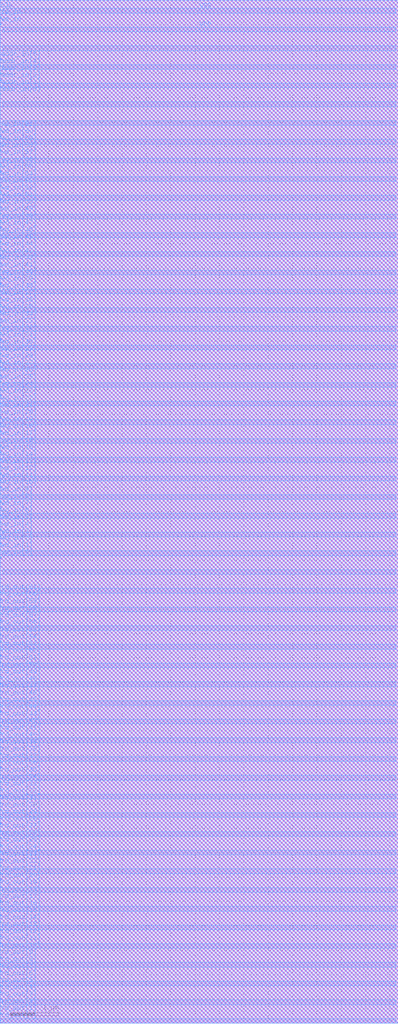
<source format=lef>
# Generated by FakeRAM 2.0
VERSION 5.7 ;
BUSBITCHARS "[]" ;
PROPERTYDEFINITIONS
  MACRO width INTEGER ;
  MACRO depth INTEGER ;
  MACRO banks INTEGER ;
END PROPERTYDEFINITIONS
MACRO sram_asap7_62x64_1rw_upper
  PROPERTY width 62 ;
  PROPERTY depth 64 ;
  PROPERTY banks 1 ;
  FOREIGN sram_asap7_62x64_1rw_upper 0 0 ;
  SYMMETRY X Y R90 ;
  SIZE 8.170 BY 21.000 ;
  CLASS BLOCK ;
  PIN rd_out[0]
    DIRECTION OUTPUT ;
    USE SIGNAL ;
    SHAPE ABUTMENT ;
    PORT
      LAYER M4_m ;
      RECT 0.000 0.048 0.024 0.072 ;
    END
  END rd_out[0]
  PIN rd_out[1]
    DIRECTION OUTPUT ;
    USE SIGNAL ;
    SHAPE ABUTMENT ;
    PORT
      LAYER M4_m ;
      RECT 0.000 0.192 0.024 0.216 ;
    END
  END rd_out[1]
  PIN rd_out[2]
    DIRECTION OUTPUT ;
    USE SIGNAL ;
    SHAPE ABUTMENT ;
    PORT
      LAYER M4_m ;
      RECT 0.000 0.336 0.024 0.360 ;
    END
  END rd_out[2]
  PIN rd_out[3]
    DIRECTION OUTPUT ;
    USE SIGNAL ;
    SHAPE ABUTMENT ;
    PORT
      LAYER M4_m ;
      RECT 0.000 0.480 0.024 0.504 ;
    END
  END rd_out[3]
  PIN rd_out[4]
    DIRECTION OUTPUT ;
    USE SIGNAL ;
    SHAPE ABUTMENT ;
    PORT
      LAYER M4_m ;
      RECT 0.000 0.624 0.024 0.648 ;
    END
  END rd_out[4]
  PIN rd_out[5]
    DIRECTION OUTPUT ;
    USE SIGNAL ;
    SHAPE ABUTMENT ;
    PORT
      LAYER M4_m ;
      RECT 0.000 0.768 0.024 0.792 ;
    END
  END rd_out[5]
  PIN rd_out[6]
    DIRECTION OUTPUT ;
    USE SIGNAL ;
    SHAPE ABUTMENT ;
    PORT
      LAYER M4_m ;
      RECT 0.000 0.912 0.024 0.936 ;
    END
  END rd_out[6]
  PIN rd_out[7]
    DIRECTION OUTPUT ;
    USE SIGNAL ;
    SHAPE ABUTMENT ;
    PORT
      LAYER M4_m ;
      RECT 0.000 1.056 0.024 1.080 ;
    END
  END rd_out[7]
  PIN rd_out[8]
    DIRECTION OUTPUT ;
    USE SIGNAL ;
    SHAPE ABUTMENT ;
    PORT
      LAYER M4_m ;
      RECT 0.000 1.200 0.024 1.224 ;
    END
  END rd_out[8]
  PIN rd_out[9]
    DIRECTION OUTPUT ;
    USE SIGNAL ;
    SHAPE ABUTMENT ;
    PORT
      LAYER M4_m ;
      RECT 0.000 1.344 0.024 1.368 ;
    END
  END rd_out[9]
  PIN rd_out[10]
    DIRECTION OUTPUT ;
    USE SIGNAL ;
    SHAPE ABUTMENT ;
    PORT
      LAYER M4_m ;
      RECT 0.000 1.488 0.024 1.512 ;
    END
  END rd_out[10]
  PIN rd_out[11]
    DIRECTION OUTPUT ;
    USE SIGNAL ;
    SHAPE ABUTMENT ;
    PORT
      LAYER M4_m ;
      RECT 0.000 1.632 0.024 1.656 ;
    END
  END rd_out[11]
  PIN rd_out[12]
    DIRECTION OUTPUT ;
    USE SIGNAL ;
    SHAPE ABUTMENT ;
    PORT
      LAYER M4_m ;
      RECT 0.000 1.776 0.024 1.800 ;
    END
  END rd_out[12]
  PIN rd_out[13]
    DIRECTION OUTPUT ;
    USE SIGNAL ;
    SHAPE ABUTMENT ;
    PORT
      LAYER M4_m ;
      RECT 0.000 1.920 0.024 1.944 ;
    END
  END rd_out[13]
  PIN rd_out[14]
    DIRECTION OUTPUT ;
    USE SIGNAL ;
    SHAPE ABUTMENT ;
    PORT
      LAYER M4_m ;
      RECT 0.000 2.064 0.024 2.088 ;
    END
  END rd_out[14]
  PIN rd_out[15]
    DIRECTION OUTPUT ;
    USE SIGNAL ;
    SHAPE ABUTMENT ;
    PORT
      LAYER M4_m ;
      RECT 0.000 2.208 0.024 2.232 ;
    END
  END rd_out[15]
  PIN rd_out[16]
    DIRECTION OUTPUT ;
    USE SIGNAL ;
    SHAPE ABUTMENT ;
    PORT
      LAYER M4_m ;
      RECT 0.000 2.352 0.024 2.376 ;
    END
  END rd_out[16]
  PIN rd_out[17]
    DIRECTION OUTPUT ;
    USE SIGNAL ;
    SHAPE ABUTMENT ;
    PORT
      LAYER M4_m ;
      RECT 0.000 2.496 0.024 2.520 ;
    END
  END rd_out[17]
  PIN rd_out[18]
    DIRECTION OUTPUT ;
    USE SIGNAL ;
    SHAPE ABUTMENT ;
    PORT
      LAYER M4_m ;
      RECT 0.000 2.640 0.024 2.664 ;
    END
  END rd_out[18]
  PIN rd_out[19]
    DIRECTION OUTPUT ;
    USE SIGNAL ;
    SHAPE ABUTMENT ;
    PORT
      LAYER M4_m ;
      RECT 0.000 2.784 0.024 2.808 ;
    END
  END rd_out[19]
  PIN rd_out[20]
    DIRECTION OUTPUT ;
    USE SIGNAL ;
    SHAPE ABUTMENT ;
    PORT
      LAYER M4_m ;
      RECT 0.000 2.928 0.024 2.952 ;
    END
  END rd_out[20]
  PIN rd_out[21]
    DIRECTION OUTPUT ;
    USE SIGNAL ;
    SHAPE ABUTMENT ;
    PORT
      LAYER M4_m ;
      RECT 0.000 3.072 0.024 3.096 ;
    END
  END rd_out[21]
  PIN rd_out[22]
    DIRECTION OUTPUT ;
    USE SIGNAL ;
    SHAPE ABUTMENT ;
    PORT
      LAYER M4_m ;
      RECT 0.000 3.216 0.024 3.240 ;
    END
  END rd_out[22]
  PIN rd_out[23]
    DIRECTION OUTPUT ;
    USE SIGNAL ;
    SHAPE ABUTMENT ;
    PORT
      LAYER M4_m ;
      RECT 0.000 3.360 0.024 3.384 ;
    END
  END rd_out[23]
  PIN rd_out[24]
    DIRECTION OUTPUT ;
    USE SIGNAL ;
    SHAPE ABUTMENT ;
    PORT
      LAYER M4_m ;
      RECT 0.000 3.504 0.024 3.528 ;
    END
  END rd_out[24]
  PIN rd_out[25]
    DIRECTION OUTPUT ;
    USE SIGNAL ;
    SHAPE ABUTMENT ;
    PORT
      LAYER M4_m ;
      RECT 0.000 3.648 0.024 3.672 ;
    END
  END rd_out[25]
  PIN rd_out[26]
    DIRECTION OUTPUT ;
    USE SIGNAL ;
    SHAPE ABUTMENT ;
    PORT
      LAYER M4_m ;
      RECT 0.000 3.792 0.024 3.816 ;
    END
  END rd_out[26]
  PIN rd_out[27]
    DIRECTION OUTPUT ;
    USE SIGNAL ;
    SHAPE ABUTMENT ;
    PORT
      LAYER M4_m ;
      RECT 0.000 3.936 0.024 3.960 ;
    END
  END rd_out[27]
  PIN rd_out[28]
    DIRECTION OUTPUT ;
    USE SIGNAL ;
    SHAPE ABUTMENT ;
    PORT
      LAYER M4_m ;
      RECT 0.000 4.080 0.024 4.104 ;
    END
  END rd_out[28]
  PIN rd_out[29]
    DIRECTION OUTPUT ;
    USE SIGNAL ;
    SHAPE ABUTMENT ;
    PORT
      LAYER M4_m ;
      RECT 0.000 4.224 0.024 4.248 ;
    END
  END rd_out[29]
  PIN rd_out[30]
    DIRECTION OUTPUT ;
    USE SIGNAL ;
    SHAPE ABUTMENT ;
    PORT
      LAYER M4_m ;
      RECT 0.000 4.368 0.024 4.392 ;
    END
  END rd_out[30]
  PIN rd_out[31]
    DIRECTION OUTPUT ;
    USE SIGNAL ;
    SHAPE ABUTMENT ;
    PORT
      LAYER M4_m ;
      RECT 0.000 4.512 0.024 4.536 ;
    END
  END rd_out[31]
  PIN rd_out[32]
    DIRECTION OUTPUT ;
    USE SIGNAL ;
    SHAPE ABUTMENT ;
    PORT
      LAYER M4_m ;
      RECT 0.000 4.656 0.024 4.680 ;
    END
  END rd_out[32]
  PIN rd_out[33]
    DIRECTION OUTPUT ;
    USE SIGNAL ;
    SHAPE ABUTMENT ;
    PORT
      LAYER M4_m ;
      RECT 0.000 4.800 0.024 4.824 ;
    END
  END rd_out[33]
  PIN rd_out[34]
    DIRECTION OUTPUT ;
    USE SIGNAL ;
    SHAPE ABUTMENT ;
    PORT
      LAYER M4_m ;
      RECT 0.000 4.944 0.024 4.968 ;
    END
  END rd_out[34]
  PIN rd_out[35]
    DIRECTION OUTPUT ;
    USE SIGNAL ;
    SHAPE ABUTMENT ;
    PORT
      LAYER M4_m ;
      RECT 0.000 5.088 0.024 5.112 ;
    END
  END rd_out[35]
  PIN rd_out[36]
    DIRECTION OUTPUT ;
    USE SIGNAL ;
    SHAPE ABUTMENT ;
    PORT
      LAYER M4_m ;
      RECT 0.000 5.232 0.024 5.256 ;
    END
  END rd_out[36]
  PIN rd_out[37]
    DIRECTION OUTPUT ;
    USE SIGNAL ;
    SHAPE ABUTMENT ;
    PORT
      LAYER M4_m ;
      RECT 0.000 5.376 0.024 5.400 ;
    END
  END rd_out[37]
  PIN rd_out[38]
    DIRECTION OUTPUT ;
    USE SIGNAL ;
    SHAPE ABUTMENT ;
    PORT
      LAYER M4_m ;
      RECT 0.000 5.520 0.024 5.544 ;
    END
  END rd_out[38]
  PIN rd_out[39]
    DIRECTION OUTPUT ;
    USE SIGNAL ;
    SHAPE ABUTMENT ;
    PORT
      LAYER M4_m ;
      RECT 0.000 5.664 0.024 5.688 ;
    END
  END rd_out[39]
  PIN rd_out[40]
    DIRECTION OUTPUT ;
    USE SIGNAL ;
    SHAPE ABUTMENT ;
    PORT
      LAYER M4_m ;
      RECT 0.000 5.808 0.024 5.832 ;
    END
  END rd_out[40]
  PIN rd_out[41]
    DIRECTION OUTPUT ;
    USE SIGNAL ;
    SHAPE ABUTMENT ;
    PORT
      LAYER M4_m ;
      RECT 0.000 5.952 0.024 5.976 ;
    END
  END rd_out[41]
  PIN rd_out[42]
    DIRECTION OUTPUT ;
    USE SIGNAL ;
    SHAPE ABUTMENT ;
    PORT
      LAYER M4_m ;
      RECT 0.000 6.096 0.024 6.120 ;
    END
  END rd_out[42]
  PIN rd_out[43]
    DIRECTION OUTPUT ;
    USE SIGNAL ;
    SHAPE ABUTMENT ;
    PORT
      LAYER M4_m ;
      RECT 0.000 6.240 0.024 6.264 ;
    END
  END rd_out[43]
  PIN rd_out[44]
    DIRECTION OUTPUT ;
    USE SIGNAL ;
    SHAPE ABUTMENT ;
    PORT
      LAYER M4_m ;
      RECT 0.000 6.384 0.024 6.408 ;
    END
  END rd_out[44]
  PIN rd_out[45]
    DIRECTION OUTPUT ;
    USE SIGNAL ;
    SHAPE ABUTMENT ;
    PORT
      LAYER M4_m ;
      RECT 0.000 6.528 0.024 6.552 ;
    END
  END rd_out[45]
  PIN rd_out[46]
    DIRECTION OUTPUT ;
    USE SIGNAL ;
    SHAPE ABUTMENT ;
    PORT
      LAYER M4_m ;
      RECT 0.000 6.672 0.024 6.696 ;
    END
  END rd_out[46]
  PIN rd_out[47]
    DIRECTION OUTPUT ;
    USE SIGNAL ;
    SHAPE ABUTMENT ;
    PORT
      LAYER M4_m ;
      RECT 0.000 6.816 0.024 6.840 ;
    END
  END rd_out[47]
  PIN rd_out[48]
    DIRECTION OUTPUT ;
    USE SIGNAL ;
    SHAPE ABUTMENT ;
    PORT
      LAYER M4_m ;
      RECT 0.000 6.960 0.024 6.984 ;
    END
  END rd_out[48]
  PIN rd_out[49]
    DIRECTION OUTPUT ;
    USE SIGNAL ;
    SHAPE ABUTMENT ;
    PORT
      LAYER M4_m ;
      RECT 0.000 7.104 0.024 7.128 ;
    END
  END rd_out[49]
  PIN rd_out[50]
    DIRECTION OUTPUT ;
    USE SIGNAL ;
    SHAPE ABUTMENT ;
    PORT
      LAYER M4_m ;
      RECT 0.000 7.248 0.024 7.272 ;
    END
  END rd_out[50]
  PIN rd_out[51]
    DIRECTION OUTPUT ;
    USE SIGNAL ;
    SHAPE ABUTMENT ;
    PORT
      LAYER M4_m ;
      RECT 0.000 7.392 0.024 7.416 ;
    END
  END rd_out[51]
  PIN rd_out[52]
    DIRECTION OUTPUT ;
    USE SIGNAL ;
    SHAPE ABUTMENT ;
    PORT
      LAYER M4_m ;
      RECT 0.000 7.536 0.024 7.560 ;
    END
  END rd_out[52]
  PIN rd_out[53]
    DIRECTION OUTPUT ;
    USE SIGNAL ;
    SHAPE ABUTMENT ;
    PORT
      LAYER M4_m ;
      RECT 0.000 7.680 0.024 7.704 ;
    END
  END rd_out[53]
  PIN rd_out[54]
    DIRECTION OUTPUT ;
    USE SIGNAL ;
    SHAPE ABUTMENT ;
    PORT
      LAYER M4_m ;
      RECT 0.000 7.824 0.024 7.848 ;
    END
  END rd_out[54]
  PIN rd_out[55]
    DIRECTION OUTPUT ;
    USE SIGNAL ;
    SHAPE ABUTMENT ;
    PORT
      LAYER M4_m ;
      RECT 0.000 7.968 0.024 7.992 ;
    END
  END rd_out[55]
  PIN rd_out[56]
    DIRECTION OUTPUT ;
    USE SIGNAL ;
    SHAPE ABUTMENT ;
    PORT
      LAYER M4_m ;
      RECT 0.000 8.112 0.024 8.136 ;
    END
  END rd_out[56]
  PIN rd_out[57]
    DIRECTION OUTPUT ;
    USE SIGNAL ;
    SHAPE ABUTMENT ;
    PORT
      LAYER M4_m ;
      RECT 0.000 8.256 0.024 8.280 ;
    END
  END rd_out[57]
  PIN rd_out[58]
    DIRECTION OUTPUT ;
    USE SIGNAL ;
    SHAPE ABUTMENT ;
    PORT
      LAYER M4_m ;
      RECT 0.000 8.400 0.024 8.424 ;
    END
  END rd_out[58]
  PIN rd_out[59]
    DIRECTION OUTPUT ;
    USE SIGNAL ;
    SHAPE ABUTMENT ;
    PORT
      LAYER M4_m ;
      RECT 0.000 8.544 0.024 8.568 ;
    END
  END rd_out[59]
  PIN rd_out[60]
    DIRECTION OUTPUT ;
    USE SIGNAL ;
    SHAPE ABUTMENT ;
    PORT
      LAYER M4_m ;
      RECT 0.000 8.688 0.024 8.712 ;
    END
  END rd_out[60]
  PIN rd_out[61]
    DIRECTION OUTPUT ;
    USE SIGNAL ;
    SHAPE ABUTMENT ;
    PORT
      LAYER M4_m ;
      RECT 0.000 8.832 0.024 8.856 ;
    END
  END rd_out[61]
  PIN wd_in[0]
    DIRECTION INPUT ;
    USE SIGNAL ;
    SHAPE ABUTMENT ;
    PORT
      LAYER M4_m ;
      RECT 0.000 9.552 0.024 9.576 ;
    END
  END wd_in[0]
  PIN wd_in[1]
    DIRECTION INPUT ;
    USE SIGNAL ;
    SHAPE ABUTMENT ;
    PORT
      LAYER M4_m ;
      RECT 0.000 9.696 0.024 9.720 ;
    END
  END wd_in[1]
  PIN wd_in[2]
    DIRECTION INPUT ;
    USE SIGNAL ;
    SHAPE ABUTMENT ;
    PORT
      LAYER M4_m ;
      RECT 0.000 9.840 0.024 9.864 ;
    END
  END wd_in[2]
  PIN wd_in[3]
    DIRECTION INPUT ;
    USE SIGNAL ;
    SHAPE ABUTMENT ;
    PORT
      LAYER M4_m ;
      RECT 0.000 9.984 0.024 10.008 ;
    END
  END wd_in[3]
  PIN wd_in[4]
    DIRECTION INPUT ;
    USE SIGNAL ;
    SHAPE ABUTMENT ;
    PORT
      LAYER M4_m ;
      RECT 0.000 10.128 0.024 10.152 ;
    END
  END wd_in[4]
  PIN wd_in[5]
    DIRECTION INPUT ;
    USE SIGNAL ;
    SHAPE ABUTMENT ;
    PORT
      LAYER M4_m ;
      RECT 0.000 10.272 0.024 10.296 ;
    END
  END wd_in[5]
  PIN wd_in[6]
    DIRECTION INPUT ;
    USE SIGNAL ;
    SHAPE ABUTMENT ;
    PORT
      LAYER M4_m ;
      RECT 0.000 10.416 0.024 10.440 ;
    END
  END wd_in[6]
  PIN wd_in[7]
    DIRECTION INPUT ;
    USE SIGNAL ;
    SHAPE ABUTMENT ;
    PORT
      LAYER M4_m ;
      RECT 0.000 10.560 0.024 10.584 ;
    END
  END wd_in[7]
  PIN wd_in[8]
    DIRECTION INPUT ;
    USE SIGNAL ;
    SHAPE ABUTMENT ;
    PORT
      LAYER M4_m ;
      RECT 0.000 10.704 0.024 10.728 ;
    END
  END wd_in[8]
  PIN wd_in[9]
    DIRECTION INPUT ;
    USE SIGNAL ;
    SHAPE ABUTMENT ;
    PORT
      LAYER M4_m ;
      RECT 0.000 10.848 0.024 10.872 ;
    END
  END wd_in[9]
  PIN wd_in[10]
    DIRECTION INPUT ;
    USE SIGNAL ;
    SHAPE ABUTMENT ;
    PORT
      LAYER M4_m ;
      RECT 0.000 10.992 0.024 11.016 ;
    END
  END wd_in[10]
  PIN wd_in[11]
    DIRECTION INPUT ;
    USE SIGNAL ;
    SHAPE ABUTMENT ;
    PORT
      LAYER M4_m ;
      RECT 0.000 11.136 0.024 11.160 ;
    END
  END wd_in[11]
  PIN wd_in[12]
    DIRECTION INPUT ;
    USE SIGNAL ;
    SHAPE ABUTMENT ;
    PORT
      LAYER M4_m ;
      RECT 0.000 11.280 0.024 11.304 ;
    END
  END wd_in[12]
  PIN wd_in[13]
    DIRECTION INPUT ;
    USE SIGNAL ;
    SHAPE ABUTMENT ;
    PORT
      LAYER M4_m ;
      RECT 0.000 11.424 0.024 11.448 ;
    END
  END wd_in[13]
  PIN wd_in[14]
    DIRECTION INPUT ;
    USE SIGNAL ;
    SHAPE ABUTMENT ;
    PORT
      LAYER M4_m ;
      RECT 0.000 11.568 0.024 11.592 ;
    END
  END wd_in[14]
  PIN wd_in[15]
    DIRECTION INPUT ;
    USE SIGNAL ;
    SHAPE ABUTMENT ;
    PORT
      LAYER M4_m ;
      RECT 0.000 11.712 0.024 11.736 ;
    END
  END wd_in[15]
  PIN wd_in[16]
    DIRECTION INPUT ;
    USE SIGNAL ;
    SHAPE ABUTMENT ;
    PORT
      LAYER M4_m ;
      RECT 0.000 11.856 0.024 11.880 ;
    END
  END wd_in[16]
  PIN wd_in[17]
    DIRECTION INPUT ;
    USE SIGNAL ;
    SHAPE ABUTMENT ;
    PORT
      LAYER M4_m ;
      RECT 0.000 12.000 0.024 12.024 ;
    END
  END wd_in[17]
  PIN wd_in[18]
    DIRECTION INPUT ;
    USE SIGNAL ;
    SHAPE ABUTMENT ;
    PORT
      LAYER M4_m ;
      RECT 0.000 12.144 0.024 12.168 ;
    END
  END wd_in[18]
  PIN wd_in[19]
    DIRECTION INPUT ;
    USE SIGNAL ;
    SHAPE ABUTMENT ;
    PORT
      LAYER M4_m ;
      RECT 0.000 12.288 0.024 12.312 ;
    END
  END wd_in[19]
  PIN wd_in[20]
    DIRECTION INPUT ;
    USE SIGNAL ;
    SHAPE ABUTMENT ;
    PORT
      LAYER M4_m ;
      RECT 0.000 12.432 0.024 12.456 ;
    END
  END wd_in[20]
  PIN wd_in[21]
    DIRECTION INPUT ;
    USE SIGNAL ;
    SHAPE ABUTMENT ;
    PORT
      LAYER M4_m ;
      RECT 0.000 12.576 0.024 12.600 ;
    END
  END wd_in[21]
  PIN wd_in[22]
    DIRECTION INPUT ;
    USE SIGNAL ;
    SHAPE ABUTMENT ;
    PORT
      LAYER M4_m ;
      RECT 0.000 12.720 0.024 12.744 ;
    END
  END wd_in[22]
  PIN wd_in[23]
    DIRECTION INPUT ;
    USE SIGNAL ;
    SHAPE ABUTMENT ;
    PORT
      LAYER M4_m ;
      RECT 0.000 12.864 0.024 12.888 ;
    END
  END wd_in[23]
  PIN wd_in[24]
    DIRECTION INPUT ;
    USE SIGNAL ;
    SHAPE ABUTMENT ;
    PORT
      LAYER M4_m ;
      RECT 0.000 13.008 0.024 13.032 ;
    END
  END wd_in[24]
  PIN wd_in[25]
    DIRECTION INPUT ;
    USE SIGNAL ;
    SHAPE ABUTMENT ;
    PORT
      LAYER M4_m ;
      RECT 0.000 13.152 0.024 13.176 ;
    END
  END wd_in[25]
  PIN wd_in[26]
    DIRECTION INPUT ;
    USE SIGNAL ;
    SHAPE ABUTMENT ;
    PORT
      LAYER M4_m ;
      RECT 0.000 13.296 0.024 13.320 ;
    END
  END wd_in[26]
  PIN wd_in[27]
    DIRECTION INPUT ;
    USE SIGNAL ;
    SHAPE ABUTMENT ;
    PORT
      LAYER M4_m ;
      RECT 0.000 13.440 0.024 13.464 ;
    END
  END wd_in[27]
  PIN wd_in[28]
    DIRECTION INPUT ;
    USE SIGNAL ;
    SHAPE ABUTMENT ;
    PORT
      LAYER M4_m ;
      RECT 0.000 13.584 0.024 13.608 ;
    END
  END wd_in[28]
  PIN wd_in[29]
    DIRECTION INPUT ;
    USE SIGNAL ;
    SHAPE ABUTMENT ;
    PORT
      LAYER M4_m ;
      RECT 0.000 13.728 0.024 13.752 ;
    END
  END wd_in[29]
  PIN wd_in[30]
    DIRECTION INPUT ;
    USE SIGNAL ;
    SHAPE ABUTMENT ;
    PORT
      LAYER M4_m ;
      RECT 0.000 13.872 0.024 13.896 ;
    END
  END wd_in[30]
  PIN wd_in[31]
    DIRECTION INPUT ;
    USE SIGNAL ;
    SHAPE ABUTMENT ;
    PORT
      LAYER M4_m ;
      RECT 0.000 14.016 0.024 14.040 ;
    END
  END wd_in[31]
  PIN wd_in[32]
    DIRECTION INPUT ;
    USE SIGNAL ;
    SHAPE ABUTMENT ;
    PORT
      LAYER M4_m ;
      RECT 0.000 14.160 0.024 14.184 ;
    END
  END wd_in[32]
  PIN wd_in[33]
    DIRECTION INPUT ;
    USE SIGNAL ;
    SHAPE ABUTMENT ;
    PORT
      LAYER M4_m ;
      RECT 0.000 14.304 0.024 14.328 ;
    END
  END wd_in[33]
  PIN wd_in[34]
    DIRECTION INPUT ;
    USE SIGNAL ;
    SHAPE ABUTMENT ;
    PORT
      LAYER M4_m ;
      RECT 0.000 14.448 0.024 14.472 ;
    END
  END wd_in[34]
  PIN wd_in[35]
    DIRECTION INPUT ;
    USE SIGNAL ;
    SHAPE ABUTMENT ;
    PORT
      LAYER M4_m ;
      RECT 0.000 14.592 0.024 14.616 ;
    END
  END wd_in[35]
  PIN wd_in[36]
    DIRECTION INPUT ;
    USE SIGNAL ;
    SHAPE ABUTMENT ;
    PORT
      LAYER M4_m ;
      RECT 0.000 14.736 0.024 14.760 ;
    END
  END wd_in[36]
  PIN wd_in[37]
    DIRECTION INPUT ;
    USE SIGNAL ;
    SHAPE ABUTMENT ;
    PORT
      LAYER M4_m ;
      RECT 0.000 14.880 0.024 14.904 ;
    END
  END wd_in[37]
  PIN wd_in[38]
    DIRECTION INPUT ;
    USE SIGNAL ;
    SHAPE ABUTMENT ;
    PORT
      LAYER M4_m ;
      RECT 0.000 15.024 0.024 15.048 ;
    END
  END wd_in[38]
  PIN wd_in[39]
    DIRECTION INPUT ;
    USE SIGNAL ;
    SHAPE ABUTMENT ;
    PORT
      LAYER M4_m ;
      RECT 0.000 15.168 0.024 15.192 ;
    END
  END wd_in[39]
  PIN wd_in[40]
    DIRECTION INPUT ;
    USE SIGNAL ;
    SHAPE ABUTMENT ;
    PORT
      LAYER M4_m ;
      RECT 0.000 15.312 0.024 15.336 ;
    END
  END wd_in[40]
  PIN wd_in[41]
    DIRECTION INPUT ;
    USE SIGNAL ;
    SHAPE ABUTMENT ;
    PORT
      LAYER M4_m ;
      RECT 0.000 15.456 0.024 15.480 ;
    END
  END wd_in[41]
  PIN wd_in[42]
    DIRECTION INPUT ;
    USE SIGNAL ;
    SHAPE ABUTMENT ;
    PORT
      LAYER M4_m ;
      RECT 0.000 15.600 0.024 15.624 ;
    END
  END wd_in[42]
  PIN wd_in[43]
    DIRECTION INPUT ;
    USE SIGNAL ;
    SHAPE ABUTMENT ;
    PORT
      LAYER M4_m ;
      RECT 0.000 15.744 0.024 15.768 ;
    END
  END wd_in[43]
  PIN wd_in[44]
    DIRECTION INPUT ;
    USE SIGNAL ;
    SHAPE ABUTMENT ;
    PORT
      LAYER M4_m ;
      RECT 0.000 15.888 0.024 15.912 ;
    END
  END wd_in[44]
  PIN wd_in[45]
    DIRECTION INPUT ;
    USE SIGNAL ;
    SHAPE ABUTMENT ;
    PORT
      LAYER M4_m ;
      RECT 0.000 16.032 0.024 16.056 ;
    END
  END wd_in[45]
  PIN wd_in[46]
    DIRECTION INPUT ;
    USE SIGNAL ;
    SHAPE ABUTMENT ;
    PORT
      LAYER M4_m ;
      RECT 0.000 16.176 0.024 16.200 ;
    END
  END wd_in[46]
  PIN wd_in[47]
    DIRECTION INPUT ;
    USE SIGNAL ;
    SHAPE ABUTMENT ;
    PORT
      LAYER M4_m ;
      RECT 0.000 16.320 0.024 16.344 ;
    END
  END wd_in[47]
  PIN wd_in[48]
    DIRECTION INPUT ;
    USE SIGNAL ;
    SHAPE ABUTMENT ;
    PORT
      LAYER M4_m ;
      RECT 0.000 16.464 0.024 16.488 ;
    END
  END wd_in[48]
  PIN wd_in[49]
    DIRECTION INPUT ;
    USE SIGNAL ;
    SHAPE ABUTMENT ;
    PORT
      LAYER M4_m ;
      RECT 0.000 16.608 0.024 16.632 ;
    END
  END wd_in[49]
  PIN wd_in[50]
    DIRECTION INPUT ;
    USE SIGNAL ;
    SHAPE ABUTMENT ;
    PORT
      LAYER M4_m ;
      RECT 0.000 16.752 0.024 16.776 ;
    END
  END wd_in[50]
  PIN wd_in[51]
    DIRECTION INPUT ;
    USE SIGNAL ;
    SHAPE ABUTMENT ;
    PORT
      LAYER M4_m ;
      RECT 0.000 16.896 0.024 16.920 ;
    END
  END wd_in[51]
  PIN wd_in[52]
    DIRECTION INPUT ;
    USE SIGNAL ;
    SHAPE ABUTMENT ;
    PORT
      LAYER M4_m ;
      RECT 0.000 17.040 0.024 17.064 ;
    END
  END wd_in[52]
  PIN wd_in[53]
    DIRECTION INPUT ;
    USE SIGNAL ;
    SHAPE ABUTMENT ;
    PORT
      LAYER M4_m ;
      RECT 0.000 17.184 0.024 17.208 ;
    END
  END wd_in[53]
  PIN wd_in[54]
    DIRECTION INPUT ;
    USE SIGNAL ;
    SHAPE ABUTMENT ;
    PORT
      LAYER M4_m ;
      RECT 0.000 17.328 0.024 17.352 ;
    END
  END wd_in[54]
  PIN wd_in[55]
    DIRECTION INPUT ;
    USE SIGNAL ;
    SHAPE ABUTMENT ;
    PORT
      LAYER M4_m ;
      RECT 0.000 17.472 0.024 17.496 ;
    END
  END wd_in[55]
  PIN wd_in[56]
    DIRECTION INPUT ;
    USE SIGNAL ;
    SHAPE ABUTMENT ;
    PORT
      LAYER M4_m ;
      RECT 0.000 17.616 0.024 17.640 ;
    END
  END wd_in[56]
  PIN wd_in[57]
    DIRECTION INPUT ;
    USE SIGNAL ;
    SHAPE ABUTMENT ;
    PORT
      LAYER M4_m ;
      RECT 0.000 17.760 0.024 17.784 ;
    END
  END wd_in[57]
  PIN wd_in[58]
    DIRECTION INPUT ;
    USE SIGNAL ;
    SHAPE ABUTMENT ;
    PORT
      LAYER M4_m ;
      RECT 0.000 17.904 0.024 17.928 ;
    END
  END wd_in[58]
  PIN wd_in[59]
    DIRECTION INPUT ;
    USE SIGNAL ;
    SHAPE ABUTMENT ;
    PORT
      LAYER M4_m ;
      RECT 0.000 18.048 0.024 18.072 ;
    END
  END wd_in[59]
  PIN wd_in[60]
    DIRECTION INPUT ;
    USE SIGNAL ;
    SHAPE ABUTMENT ;
    PORT
      LAYER M4_m ;
      RECT 0.000 18.192 0.024 18.216 ;
    END
  END wd_in[60]
  PIN wd_in[61]
    DIRECTION INPUT ;
    USE SIGNAL ;
    SHAPE ABUTMENT ;
    PORT
      LAYER M4_m ;
      RECT 0.000 18.336 0.024 18.360 ;
    END
  END wd_in[61]
  PIN addr_in[0]
    DIRECTION INPUT ;
    USE SIGNAL ;
    SHAPE ABUTMENT ;
    PORT
      LAYER M4_m ;
      RECT 0.000 19.056 0.024 19.080 ;
    END
  END addr_in[0]
  PIN addr_in[1]
    DIRECTION INPUT ;
    USE SIGNAL ;
    SHAPE ABUTMENT ;
    PORT
      LAYER M4_m ;
      RECT 0.000 19.200 0.024 19.224 ;
    END
  END addr_in[1]
  PIN addr_in[2]
    DIRECTION INPUT ;
    USE SIGNAL ;
    SHAPE ABUTMENT ;
    PORT
      LAYER M4_m ;
      RECT 0.000 19.344 0.024 19.368 ;
    END
  END addr_in[2]
  PIN addr_in[3]
    DIRECTION INPUT ;
    USE SIGNAL ;
    SHAPE ABUTMENT ;
    PORT
      LAYER M4_m ;
      RECT 0.000 19.488 0.024 19.512 ;
    END
  END addr_in[3]
  PIN addr_in[4]
    DIRECTION INPUT ;
    USE SIGNAL ;
    SHAPE ABUTMENT ;
    PORT
      LAYER M4_m ;
      RECT 0.000 19.632 0.024 19.656 ;
    END
  END addr_in[4]
  PIN addr_in[5]
    DIRECTION INPUT ;
    USE SIGNAL ;
    SHAPE ABUTMENT ;
    PORT
      LAYER M4_m ;
      RECT 0.000 19.776 0.024 19.800 ;
    END
  END addr_in[5]
  PIN we_in
    DIRECTION INPUT ;
    USE SIGNAL ;
    SHAPE ABUTMENT ;
    PORT
      LAYER M4_m ;
      RECT 0.000 20.496 0.024 20.520 ;
    END
  END we_in
  PIN ce_in
    DIRECTION INPUT ;
    USE SIGNAL ;
    SHAPE ABUTMENT ;
    PORT
      LAYER M4_m ;
      RECT 0.000 20.640 0.024 20.664 ;
    END
  END ce_in
  PIN clk
    DIRECTION INPUT ;
    USE SIGNAL ;
    SHAPE ABUTMENT ;
    PORT
      LAYER M4_m ;
      RECT 0.000 20.784 0.024 20.808 ;
    END
  END clk
  PIN VSS
    DIRECTION INOUT ;
    USE GROUND ;
    PORT
      LAYER M4_m ;
      RECT 0.048 0.000 8.122 0.096 ;
      RECT 0.048 0.768 8.122 0.864 ;
      RECT 0.048 1.536 8.122 1.632 ;
      RECT 0.048 2.304 8.122 2.400 ;
      RECT 0.048 3.072 8.122 3.168 ;
      RECT 0.048 3.840 8.122 3.936 ;
      RECT 0.048 4.608 8.122 4.704 ;
      RECT 0.048 5.376 8.122 5.472 ;
      RECT 0.048 6.144 8.122 6.240 ;
      RECT 0.048 6.912 8.122 7.008 ;
      RECT 0.048 7.680 8.122 7.776 ;
      RECT 0.048 8.448 8.122 8.544 ;
      RECT 0.048 9.216 8.122 9.312 ;
      RECT 0.048 9.984 8.122 10.080 ;
      RECT 0.048 10.752 8.122 10.848 ;
      RECT 0.048 11.520 8.122 11.616 ;
      RECT 0.048 12.288 8.122 12.384 ;
      RECT 0.048 13.056 8.122 13.152 ;
      RECT 0.048 13.824 8.122 13.920 ;
      RECT 0.048 14.592 8.122 14.688 ;
      RECT 0.048 15.360 8.122 15.456 ;
      RECT 0.048 16.128 8.122 16.224 ;
      RECT 0.048 16.896 8.122 16.992 ;
      RECT 0.048 17.664 8.122 17.760 ;
      RECT 0.048 18.432 8.122 18.528 ;
      RECT 0.048 19.200 8.122 19.296 ;
      RECT 0.048 19.968 8.122 20.064 ;
      RECT 0.048 20.736 8.122 20.832 ;
    END
  END VSS
  PIN VDD
    DIRECTION INOUT ;
    USE POWER ;
    PORT
      LAYER M4_m ;
      RECT 0.048 0.384 8.122 0.480 ;
      RECT 0.048 1.152 8.122 1.248 ;
      RECT 0.048 1.920 8.122 2.016 ;
      RECT 0.048 2.688 8.122 2.784 ;
      RECT 0.048 3.456 8.122 3.552 ;
      RECT 0.048 4.224 8.122 4.320 ;
      RECT 0.048 4.992 8.122 5.088 ;
      RECT 0.048 5.760 8.122 5.856 ;
      RECT 0.048 6.528 8.122 6.624 ;
      RECT 0.048 7.296 8.122 7.392 ;
      RECT 0.048 8.064 8.122 8.160 ;
      RECT 0.048 8.832 8.122 8.928 ;
      RECT 0.048 9.600 8.122 9.696 ;
      RECT 0.048 10.368 8.122 10.464 ;
      RECT 0.048 11.136 8.122 11.232 ;
      RECT 0.048 11.904 8.122 12.000 ;
      RECT 0.048 12.672 8.122 12.768 ;
      RECT 0.048 13.440 8.122 13.536 ;
      RECT 0.048 14.208 8.122 14.304 ;
      RECT 0.048 14.976 8.122 15.072 ;
      RECT 0.048 15.744 8.122 15.840 ;
      RECT 0.048 16.512 8.122 16.608 ;
      RECT 0.048 17.280 8.122 17.376 ;
      RECT 0.048 18.048 8.122 18.144 ;
      RECT 0.048 18.816 8.122 18.912 ;
      RECT 0.048 19.584 8.122 19.680 ;
      RECT 0.048 20.352 8.122 20.448 ;
    END
  END VDD
  OBS
    LAYER M1_m ;
    RECT 0 0 8.170 21.000 ;
    LAYER M2_m ;
    RECT 0 0 8.170 21.000 ;
    LAYER M3_m ;
    RECT 0 0 8.170 21.000 ;
    LAYER M4_m ;
    RECT 0 0 8.170 21.000 ;
  END
END sram_asap7_62x64_1rw_upper

END LIBRARY

</source>
